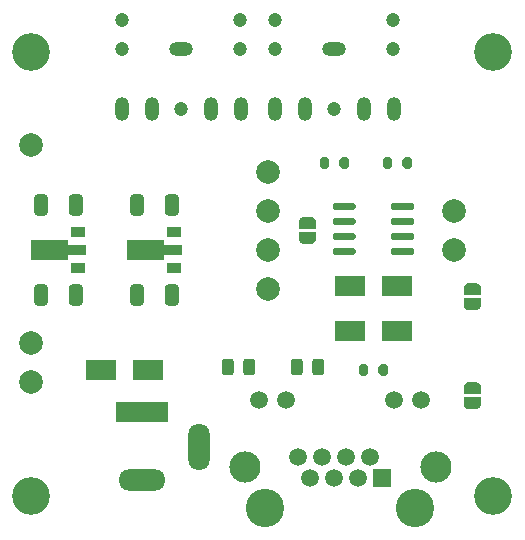
<source format=gbr>
%TF.GenerationSoftware,KiCad,Pcbnew,(5.1.9)-1*%
%TF.CreationDate,2021-03-06T14:53:08-08:00*%
%TF.ProjectId,ir-repeater-booster,69722d72-6570-4656-9174-65722d626f6f,1.0.0*%
%TF.SameCoordinates,Original*%
%TF.FileFunction,Soldermask,Top*%
%TF.FilePolarity,Negative*%
%FSLAX46Y46*%
G04 Gerber Fmt 4.6, Leading zero omitted, Abs format (unit mm)*
G04 Created by KiCad (PCBNEW (5.1.9)-1) date 2021-03-06 14:53:08*
%MOMM*%
%LPD*%
G01*
G04 APERTURE LIST*
%ADD10R,4.400000X1.800000*%
%ADD11O,4.000000X1.800000*%
%ADD12O,1.800000X4.000000*%
%ADD13C,2.000000*%
%ADD14C,3.200000*%
%ADD15C,0.100000*%
%ADD16R,1.300000X0.900000*%
%ADD17O,1.200000X2.000000*%
%ADD18O,2.000000X1.200000*%
%ADD19C,1.200000*%
%ADD20C,1.499000*%
%ADD21C,2.642000*%
%ADD22R,1.499000X1.499000*%
%ADD23C,3.250000*%
%ADD24R,2.500000X1.800000*%
G04 APERTURE END LIST*
D10*
%TO.C,J1*%
X75946000Y-85344000D03*
D11*
X75946000Y-91144000D03*
D12*
X80746000Y-88344000D03*
%TD*%
D13*
%TO.C,TP9*%
X66548000Y-62738000D03*
%TD*%
%TO.C,TP8*%
X66548000Y-79502000D03*
%TD*%
%TO.C,TP7*%
X66548000Y-82804000D03*
%TD*%
%TO.C,TP6*%
X102362000Y-68326000D03*
%TD*%
%TO.C,TP5*%
X102362000Y-71628000D03*
%TD*%
%TO.C,TP4*%
X86614000Y-74930000D03*
%TD*%
%TO.C,TP3*%
X86614000Y-65024000D03*
%TD*%
%TO.C,TP2*%
X86614000Y-71628000D03*
%TD*%
%TO.C,TP1*%
X86614000Y-68326000D03*
%TD*%
D14*
%TO.C,H2*%
X66548000Y-54864000D03*
%TD*%
D15*
%TO.C,JP3*%
G36*
X89166000Y-69812000D02*
G01*
X89166000Y-69312000D01*
X89166602Y-69312000D01*
X89166602Y-69287466D01*
X89171412Y-69238635D01*
X89180984Y-69190510D01*
X89195228Y-69143555D01*
X89214005Y-69098222D01*
X89237136Y-69054949D01*
X89264396Y-69014150D01*
X89295524Y-68976221D01*
X89330221Y-68941524D01*
X89368150Y-68910396D01*
X89408949Y-68883136D01*
X89452222Y-68860005D01*
X89497555Y-68841228D01*
X89544510Y-68826984D01*
X89592635Y-68817412D01*
X89641466Y-68812602D01*
X89666000Y-68812602D01*
X89666000Y-68812000D01*
X90166000Y-68812000D01*
X90166000Y-68812602D01*
X90190534Y-68812602D01*
X90239365Y-68817412D01*
X90287490Y-68826984D01*
X90334445Y-68841228D01*
X90379778Y-68860005D01*
X90423051Y-68883136D01*
X90463850Y-68910396D01*
X90501779Y-68941524D01*
X90536476Y-68976221D01*
X90567604Y-69014150D01*
X90594864Y-69054949D01*
X90617995Y-69098222D01*
X90636772Y-69143555D01*
X90651016Y-69190510D01*
X90660588Y-69238635D01*
X90665398Y-69287466D01*
X90665398Y-69312000D01*
X90666000Y-69312000D01*
X90666000Y-69812000D01*
X89166000Y-69812000D01*
G37*
G36*
X90665398Y-70612000D02*
G01*
X90665398Y-70636534D01*
X90660588Y-70685365D01*
X90651016Y-70733490D01*
X90636772Y-70780445D01*
X90617995Y-70825778D01*
X90594864Y-70869051D01*
X90567604Y-70909850D01*
X90536476Y-70947779D01*
X90501779Y-70982476D01*
X90463850Y-71013604D01*
X90423051Y-71040864D01*
X90379778Y-71063995D01*
X90334445Y-71082772D01*
X90287490Y-71097016D01*
X90239365Y-71106588D01*
X90190534Y-71111398D01*
X90166000Y-71111398D01*
X90166000Y-71112000D01*
X89666000Y-71112000D01*
X89666000Y-71111398D01*
X89641466Y-71111398D01*
X89592635Y-71106588D01*
X89544510Y-71097016D01*
X89497555Y-71082772D01*
X89452222Y-71063995D01*
X89408949Y-71040864D01*
X89368150Y-71013604D01*
X89330221Y-70982476D01*
X89295524Y-70947779D01*
X89264396Y-70909850D01*
X89237136Y-70869051D01*
X89214005Y-70825778D01*
X89195228Y-70780445D01*
X89180984Y-70733490D01*
X89171412Y-70685365D01*
X89166602Y-70636534D01*
X89166602Y-70612000D01*
X89166000Y-70612000D01*
X89166000Y-70112000D01*
X90666000Y-70112000D01*
X90666000Y-70612000D01*
X90665398Y-70612000D01*
G37*
%TD*%
D14*
%TO.C,H4*%
X105664000Y-92456000D03*
%TD*%
%TO.C,H3*%
X66548000Y-92456000D03*
%TD*%
%TO.C,H1*%
X105664000Y-54864000D03*
%TD*%
D15*
%TO.C,U3*%
G36*
X74662000Y-70761500D02*
G01*
X77787000Y-70761500D01*
X77787000Y-71178000D01*
X79262000Y-71178000D01*
X79262000Y-72078000D01*
X77787000Y-72078000D01*
X77787000Y-72494500D01*
X74662000Y-72494500D01*
X74662000Y-70761500D01*
G37*
D16*
X78612000Y-70128000D03*
X78612000Y-73128000D03*
%TD*%
%TO.C,U2*%
G36*
G01*
X97004000Y-68095000D02*
X97004000Y-67795000D01*
G75*
G02*
X97154000Y-67645000I150000J0D01*
G01*
X98804000Y-67645000D01*
G75*
G02*
X98954000Y-67795000I0J-150000D01*
G01*
X98954000Y-68095000D01*
G75*
G02*
X98804000Y-68245000I-150000J0D01*
G01*
X97154000Y-68245000D01*
G75*
G02*
X97004000Y-68095000I0J150000D01*
G01*
G37*
G36*
G01*
X97004000Y-69365000D02*
X97004000Y-69065000D01*
G75*
G02*
X97154000Y-68915000I150000J0D01*
G01*
X98804000Y-68915000D01*
G75*
G02*
X98954000Y-69065000I0J-150000D01*
G01*
X98954000Y-69365000D01*
G75*
G02*
X98804000Y-69515000I-150000J0D01*
G01*
X97154000Y-69515000D01*
G75*
G02*
X97004000Y-69365000I0J150000D01*
G01*
G37*
G36*
G01*
X97004000Y-70635000D02*
X97004000Y-70335000D01*
G75*
G02*
X97154000Y-70185000I150000J0D01*
G01*
X98804000Y-70185000D01*
G75*
G02*
X98954000Y-70335000I0J-150000D01*
G01*
X98954000Y-70635000D01*
G75*
G02*
X98804000Y-70785000I-150000J0D01*
G01*
X97154000Y-70785000D01*
G75*
G02*
X97004000Y-70635000I0J150000D01*
G01*
G37*
G36*
G01*
X97004000Y-71905000D02*
X97004000Y-71605000D01*
G75*
G02*
X97154000Y-71455000I150000J0D01*
G01*
X98804000Y-71455000D01*
G75*
G02*
X98954000Y-71605000I0J-150000D01*
G01*
X98954000Y-71905000D01*
G75*
G02*
X98804000Y-72055000I-150000J0D01*
G01*
X97154000Y-72055000D01*
G75*
G02*
X97004000Y-71905000I0J150000D01*
G01*
G37*
G36*
G01*
X92054000Y-71905000D02*
X92054000Y-71605000D01*
G75*
G02*
X92204000Y-71455000I150000J0D01*
G01*
X93854000Y-71455000D01*
G75*
G02*
X94004000Y-71605000I0J-150000D01*
G01*
X94004000Y-71905000D01*
G75*
G02*
X93854000Y-72055000I-150000J0D01*
G01*
X92204000Y-72055000D01*
G75*
G02*
X92054000Y-71905000I0J150000D01*
G01*
G37*
G36*
G01*
X92054000Y-70635000D02*
X92054000Y-70335000D01*
G75*
G02*
X92204000Y-70185000I150000J0D01*
G01*
X93854000Y-70185000D01*
G75*
G02*
X94004000Y-70335000I0J-150000D01*
G01*
X94004000Y-70635000D01*
G75*
G02*
X93854000Y-70785000I-150000J0D01*
G01*
X92204000Y-70785000D01*
G75*
G02*
X92054000Y-70635000I0J150000D01*
G01*
G37*
G36*
G01*
X92054000Y-69365000D02*
X92054000Y-69065000D01*
G75*
G02*
X92204000Y-68915000I150000J0D01*
G01*
X93854000Y-68915000D01*
G75*
G02*
X94004000Y-69065000I0J-150000D01*
G01*
X94004000Y-69365000D01*
G75*
G02*
X93854000Y-69515000I-150000J0D01*
G01*
X92204000Y-69515000D01*
G75*
G02*
X92054000Y-69365000I0J150000D01*
G01*
G37*
G36*
G01*
X92054000Y-68095000D02*
X92054000Y-67795000D01*
G75*
G02*
X92204000Y-67645000I150000J0D01*
G01*
X93854000Y-67645000D01*
G75*
G02*
X94004000Y-67795000I0J-150000D01*
G01*
X94004000Y-68095000D01*
G75*
G02*
X93854000Y-68245000I-150000J0D01*
G01*
X92204000Y-68245000D01*
G75*
G02*
X92054000Y-68095000I0J150000D01*
G01*
G37*
%TD*%
D15*
%TO.C,U1*%
G36*
X66534000Y-70761500D02*
G01*
X69659000Y-70761500D01*
X69659000Y-71178000D01*
X71134000Y-71178000D01*
X71134000Y-72078000D01*
X69659000Y-72078000D01*
X69659000Y-72494500D01*
X66534000Y-72494500D01*
X66534000Y-70761500D01*
G37*
D16*
X70484000Y-70128000D03*
X70484000Y-73128000D03*
%TD*%
D17*
%TO.C,TX1*%
X87198000Y-59650000D03*
X89691000Y-59650000D03*
X94691000Y-59650000D03*
X97206000Y-59650000D03*
D18*
X92202000Y-54650000D03*
D19*
X92202000Y-59650000D03*
X87202000Y-54650000D03*
X97202000Y-54650000D03*
X97202000Y-52150000D03*
X87202000Y-52150000D03*
%TD*%
D17*
%TO.C,RX1*%
X74244000Y-59650000D03*
X76737000Y-59650000D03*
X81737000Y-59650000D03*
X84252000Y-59650000D03*
D18*
X79248000Y-54650000D03*
D19*
X79248000Y-59650000D03*
X74248000Y-54650000D03*
X84248000Y-54650000D03*
X84248000Y-52150000D03*
X74248000Y-52150000D03*
%TD*%
%TO.C,R5*%
G36*
G01*
X90316000Y-81984002D02*
X90316000Y-81083998D01*
G75*
G02*
X90565998Y-80834000I249998J0D01*
G01*
X91091002Y-80834000D01*
G75*
G02*
X91341000Y-81083998I0J-249998D01*
G01*
X91341000Y-81984002D01*
G75*
G02*
X91091002Y-82234000I-249998J0D01*
G01*
X90565998Y-82234000D01*
G75*
G02*
X90316000Y-81984002I0J249998D01*
G01*
G37*
G36*
G01*
X88491000Y-81984002D02*
X88491000Y-81083998D01*
G75*
G02*
X88740998Y-80834000I249998J0D01*
G01*
X89266002Y-80834000D01*
G75*
G02*
X89516000Y-81083998I0J-249998D01*
G01*
X89516000Y-81984002D01*
G75*
G02*
X89266002Y-82234000I-249998J0D01*
G01*
X88740998Y-82234000D01*
G75*
G02*
X88491000Y-81984002I0J249998D01*
G01*
G37*
%TD*%
%TO.C,R4*%
G36*
G01*
X84474000Y-81984002D02*
X84474000Y-81083998D01*
G75*
G02*
X84723998Y-80834000I249998J0D01*
G01*
X85249002Y-80834000D01*
G75*
G02*
X85499000Y-81083998I0J-249998D01*
G01*
X85499000Y-81984002D01*
G75*
G02*
X85249002Y-82234000I-249998J0D01*
G01*
X84723998Y-82234000D01*
G75*
G02*
X84474000Y-81984002I0J249998D01*
G01*
G37*
G36*
G01*
X82649000Y-81984002D02*
X82649000Y-81083998D01*
G75*
G02*
X82898998Y-80834000I249998J0D01*
G01*
X83424002Y-80834000D01*
G75*
G02*
X83674000Y-81083998I0J-249998D01*
G01*
X83674000Y-81984002D01*
G75*
G02*
X83424002Y-82234000I-249998J0D01*
G01*
X82898998Y-82234000D01*
G75*
G02*
X82649000Y-81984002I0J249998D01*
G01*
G37*
%TD*%
%TO.C,R3*%
G36*
G01*
X92627000Y-64537000D02*
X92627000Y-63987000D01*
G75*
G02*
X92827000Y-63787000I200000J0D01*
G01*
X93227000Y-63787000D01*
G75*
G02*
X93427000Y-63987000I0J-200000D01*
G01*
X93427000Y-64537000D01*
G75*
G02*
X93227000Y-64737000I-200000J0D01*
G01*
X92827000Y-64737000D01*
G75*
G02*
X92627000Y-64537000I0J200000D01*
G01*
G37*
G36*
G01*
X90977000Y-64537000D02*
X90977000Y-63987000D01*
G75*
G02*
X91177000Y-63787000I200000J0D01*
G01*
X91577000Y-63787000D01*
G75*
G02*
X91777000Y-63987000I0J-200000D01*
G01*
X91777000Y-64537000D01*
G75*
G02*
X91577000Y-64737000I-200000J0D01*
G01*
X91177000Y-64737000D01*
G75*
G02*
X90977000Y-64537000I0J200000D01*
G01*
G37*
%TD*%
%TO.C,R2*%
G36*
G01*
X95079000Y-81513000D02*
X95079000Y-82063000D01*
G75*
G02*
X94879000Y-82263000I-200000J0D01*
G01*
X94479000Y-82263000D01*
G75*
G02*
X94279000Y-82063000I0J200000D01*
G01*
X94279000Y-81513000D01*
G75*
G02*
X94479000Y-81313000I200000J0D01*
G01*
X94879000Y-81313000D01*
G75*
G02*
X95079000Y-81513000I0J-200000D01*
G01*
G37*
G36*
G01*
X96729000Y-81513000D02*
X96729000Y-82063000D01*
G75*
G02*
X96529000Y-82263000I-200000J0D01*
G01*
X96129000Y-82263000D01*
G75*
G02*
X95929000Y-82063000I0J200000D01*
G01*
X95929000Y-81513000D01*
G75*
G02*
X96129000Y-81313000I200000J0D01*
G01*
X96529000Y-81313000D01*
G75*
G02*
X96729000Y-81513000I0J-200000D01*
G01*
G37*
%TD*%
%TO.C,R1*%
G36*
G01*
X97961000Y-64537000D02*
X97961000Y-63987000D01*
G75*
G02*
X98161000Y-63787000I200000J0D01*
G01*
X98561000Y-63787000D01*
G75*
G02*
X98761000Y-63987000I0J-200000D01*
G01*
X98761000Y-64537000D01*
G75*
G02*
X98561000Y-64737000I-200000J0D01*
G01*
X98161000Y-64737000D01*
G75*
G02*
X97961000Y-64537000I0J200000D01*
G01*
G37*
G36*
G01*
X96311000Y-64537000D02*
X96311000Y-63987000D01*
G75*
G02*
X96511000Y-63787000I200000J0D01*
G01*
X96911000Y-63787000D01*
G75*
G02*
X97111000Y-63987000I0J-200000D01*
G01*
X97111000Y-64537000D01*
G75*
G02*
X96911000Y-64737000I-200000J0D01*
G01*
X96511000Y-64737000D01*
G75*
G02*
X96311000Y-64537000I0J200000D01*
G01*
G37*
%TD*%
D15*
%TO.C,JP2*%
G36*
X103136602Y-74930000D02*
G01*
X103136602Y-74905466D01*
X103141412Y-74856635D01*
X103150984Y-74808510D01*
X103165228Y-74761555D01*
X103184005Y-74716222D01*
X103207136Y-74672949D01*
X103234396Y-74632150D01*
X103265524Y-74594221D01*
X103300221Y-74559524D01*
X103338150Y-74528396D01*
X103378949Y-74501136D01*
X103422222Y-74478005D01*
X103467555Y-74459228D01*
X103514510Y-74444984D01*
X103562635Y-74435412D01*
X103611466Y-74430602D01*
X103636000Y-74430602D01*
X103636000Y-74430000D01*
X104136000Y-74430000D01*
X104136000Y-74430602D01*
X104160534Y-74430602D01*
X104209365Y-74435412D01*
X104257490Y-74444984D01*
X104304445Y-74459228D01*
X104349778Y-74478005D01*
X104393051Y-74501136D01*
X104433850Y-74528396D01*
X104471779Y-74559524D01*
X104506476Y-74594221D01*
X104537604Y-74632150D01*
X104564864Y-74672949D01*
X104587995Y-74716222D01*
X104606772Y-74761555D01*
X104621016Y-74808510D01*
X104630588Y-74856635D01*
X104635398Y-74905466D01*
X104635398Y-74930000D01*
X104636000Y-74930000D01*
X104636000Y-75430000D01*
X103136000Y-75430000D01*
X103136000Y-74930000D01*
X103136602Y-74930000D01*
G37*
G36*
X104636000Y-75730000D02*
G01*
X104636000Y-76230000D01*
X104635398Y-76230000D01*
X104635398Y-76254534D01*
X104630588Y-76303365D01*
X104621016Y-76351490D01*
X104606772Y-76398445D01*
X104587995Y-76443778D01*
X104564864Y-76487051D01*
X104537604Y-76527850D01*
X104506476Y-76565779D01*
X104471779Y-76600476D01*
X104433850Y-76631604D01*
X104393051Y-76658864D01*
X104349778Y-76681995D01*
X104304445Y-76700772D01*
X104257490Y-76715016D01*
X104209365Y-76724588D01*
X104160534Y-76729398D01*
X104136000Y-76729398D01*
X104136000Y-76730000D01*
X103636000Y-76730000D01*
X103636000Y-76729398D01*
X103611466Y-76729398D01*
X103562635Y-76724588D01*
X103514510Y-76715016D01*
X103467555Y-76700772D01*
X103422222Y-76681995D01*
X103378949Y-76658864D01*
X103338150Y-76631604D01*
X103300221Y-76600476D01*
X103265524Y-76565779D01*
X103234396Y-76527850D01*
X103207136Y-76487051D01*
X103184005Y-76443778D01*
X103165228Y-76398445D01*
X103150984Y-76351490D01*
X103141412Y-76303365D01*
X103136602Y-76254534D01*
X103136602Y-76230000D01*
X103136000Y-76230000D01*
X103136000Y-75730000D01*
X104636000Y-75730000D01*
G37*
%TD*%
%TO.C,JP1*%
G36*
X104636000Y-84112000D02*
G01*
X104636000Y-84612000D01*
X104635398Y-84612000D01*
X104635398Y-84636534D01*
X104630588Y-84685365D01*
X104621016Y-84733490D01*
X104606772Y-84780445D01*
X104587995Y-84825778D01*
X104564864Y-84869051D01*
X104537604Y-84909850D01*
X104506476Y-84947779D01*
X104471779Y-84982476D01*
X104433850Y-85013604D01*
X104393051Y-85040864D01*
X104349778Y-85063995D01*
X104304445Y-85082772D01*
X104257490Y-85097016D01*
X104209365Y-85106588D01*
X104160534Y-85111398D01*
X104136000Y-85111398D01*
X104136000Y-85112000D01*
X103636000Y-85112000D01*
X103636000Y-85111398D01*
X103611466Y-85111398D01*
X103562635Y-85106588D01*
X103514510Y-85097016D01*
X103467555Y-85082772D01*
X103422222Y-85063995D01*
X103378949Y-85040864D01*
X103338150Y-85013604D01*
X103300221Y-84982476D01*
X103265524Y-84947779D01*
X103234396Y-84909850D01*
X103207136Y-84869051D01*
X103184005Y-84825778D01*
X103165228Y-84780445D01*
X103150984Y-84733490D01*
X103141412Y-84685365D01*
X103136602Y-84636534D01*
X103136602Y-84612000D01*
X103136000Y-84612000D01*
X103136000Y-84112000D01*
X104636000Y-84112000D01*
G37*
G36*
X103136602Y-83312000D02*
G01*
X103136602Y-83287466D01*
X103141412Y-83238635D01*
X103150984Y-83190510D01*
X103165228Y-83143555D01*
X103184005Y-83098222D01*
X103207136Y-83054949D01*
X103234396Y-83014150D01*
X103265524Y-82976221D01*
X103300221Y-82941524D01*
X103338150Y-82910396D01*
X103378949Y-82883136D01*
X103422222Y-82860005D01*
X103467555Y-82841228D01*
X103514510Y-82826984D01*
X103562635Y-82817412D01*
X103611466Y-82812602D01*
X103636000Y-82812602D01*
X103636000Y-82812000D01*
X104136000Y-82812000D01*
X104136000Y-82812602D01*
X104160534Y-82812602D01*
X104209365Y-82817412D01*
X104257490Y-82826984D01*
X104304445Y-82841228D01*
X104349778Y-82860005D01*
X104393051Y-82883136D01*
X104433850Y-82910396D01*
X104471779Y-82941524D01*
X104506476Y-82976221D01*
X104537604Y-83014150D01*
X104564864Y-83054949D01*
X104587995Y-83098222D01*
X104606772Y-83143555D01*
X104621016Y-83190510D01*
X104630588Y-83238635D01*
X104635398Y-83287466D01*
X104635398Y-83312000D01*
X104636000Y-83312000D01*
X104636000Y-83812000D01*
X103136000Y-83812000D01*
X103136000Y-83312000D01*
X103136602Y-83312000D01*
G37*
%TD*%
D20*
%TO.C,J2*%
X97279000Y-84331000D03*
X99571000Y-84331000D03*
X85849000Y-84331000D03*
X88141000Y-84331000D03*
X91186000Y-89149000D03*
D21*
X84607000Y-90040000D03*
X100813000Y-90040000D03*
D20*
X90170000Y-90929000D03*
X95250000Y-89149000D03*
X93218000Y-89149000D03*
X94234000Y-90929000D03*
X92202000Y-90929000D03*
D22*
X96266000Y-90929000D03*
D20*
X89154000Y-89149000D03*
D23*
X86360000Y-93469000D03*
X99060000Y-93469000D03*
%TD*%
D24*
%TO.C,D3*%
X97504000Y-74676000D03*
X93504000Y-74676000D03*
%TD*%
%TO.C,D2*%
X97504000Y-78486000D03*
X93504000Y-78486000D03*
%TD*%
%TO.C,D1*%
X76422000Y-81788000D03*
X72422000Y-81788000D03*
%TD*%
%TO.C,C4*%
G36*
G01*
X76062000Y-67167999D02*
X76062000Y-68468001D01*
G75*
G02*
X75812001Y-68718000I-249999J0D01*
G01*
X75161999Y-68718000D01*
G75*
G02*
X74912000Y-68468001I0J249999D01*
G01*
X74912000Y-67167999D01*
G75*
G02*
X75161999Y-66918000I249999J0D01*
G01*
X75812001Y-66918000D01*
G75*
G02*
X76062000Y-67167999I0J-249999D01*
G01*
G37*
G36*
G01*
X79012000Y-67167999D02*
X79012000Y-68468001D01*
G75*
G02*
X78762001Y-68718000I-249999J0D01*
G01*
X78111999Y-68718000D01*
G75*
G02*
X77862000Y-68468001I0J249999D01*
G01*
X77862000Y-67167999D01*
G75*
G02*
X78111999Y-66918000I249999J0D01*
G01*
X78762001Y-66918000D01*
G75*
G02*
X79012000Y-67167999I0J-249999D01*
G01*
G37*
%TD*%
%TO.C,C3*%
G36*
G01*
X77862000Y-76088001D02*
X77862000Y-74787999D01*
G75*
G02*
X78111999Y-74538000I249999J0D01*
G01*
X78762001Y-74538000D01*
G75*
G02*
X79012000Y-74787999I0J-249999D01*
G01*
X79012000Y-76088001D01*
G75*
G02*
X78762001Y-76338000I-249999J0D01*
G01*
X78111999Y-76338000D01*
G75*
G02*
X77862000Y-76088001I0J249999D01*
G01*
G37*
G36*
G01*
X74912000Y-76088001D02*
X74912000Y-74787999D01*
G75*
G02*
X75161999Y-74538000I249999J0D01*
G01*
X75812001Y-74538000D01*
G75*
G02*
X76062000Y-74787999I0J-249999D01*
G01*
X76062000Y-76088001D01*
G75*
G02*
X75812001Y-76338000I-249999J0D01*
G01*
X75161999Y-76338000D01*
G75*
G02*
X74912000Y-76088001I0J249999D01*
G01*
G37*
%TD*%
%TO.C,C2*%
G36*
G01*
X67934000Y-67167999D02*
X67934000Y-68468001D01*
G75*
G02*
X67684001Y-68718000I-249999J0D01*
G01*
X67033999Y-68718000D01*
G75*
G02*
X66784000Y-68468001I0J249999D01*
G01*
X66784000Y-67167999D01*
G75*
G02*
X67033999Y-66918000I249999J0D01*
G01*
X67684001Y-66918000D01*
G75*
G02*
X67934000Y-67167999I0J-249999D01*
G01*
G37*
G36*
G01*
X70884000Y-67167999D02*
X70884000Y-68468001D01*
G75*
G02*
X70634001Y-68718000I-249999J0D01*
G01*
X69983999Y-68718000D01*
G75*
G02*
X69734000Y-68468001I0J249999D01*
G01*
X69734000Y-67167999D01*
G75*
G02*
X69983999Y-66918000I249999J0D01*
G01*
X70634001Y-66918000D01*
G75*
G02*
X70884000Y-67167999I0J-249999D01*
G01*
G37*
%TD*%
%TO.C,C1*%
G36*
G01*
X69734000Y-76088001D02*
X69734000Y-74787999D01*
G75*
G02*
X69983999Y-74538000I249999J0D01*
G01*
X70634001Y-74538000D01*
G75*
G02*
X70884000Y-74787999I0J-249999D01*
G01*
X70884000Y-76088001D01*
G75*
G02*
X70634001Y-76338000I-249999J0D01*
G01*
X69983999Y-76338000D01*
G75*
G02*
X69734000Y-76088001I0J249999D01*
G01*
G37*
G36*
G01*
X66784000Y-76088001D02*
X66784000Y-74787999D01*
G75*
G02*
X67033999Y-74538000I249999J0D01*
G01*
X67684001Y-74538000D01*
G75*
G02*
X67934000Y-74787999I0J-249999D01*
G01*
X67934000Y-76088001D01*
G75*
G02*
X67684001Y-76338000I-249999J0D01*
G01*
X67033999Y-76338000D01*
G75*
G02*
X66784000Y-76088001I0J249999D01*
G01*
G37*
%TD*%
M02*

</source>
